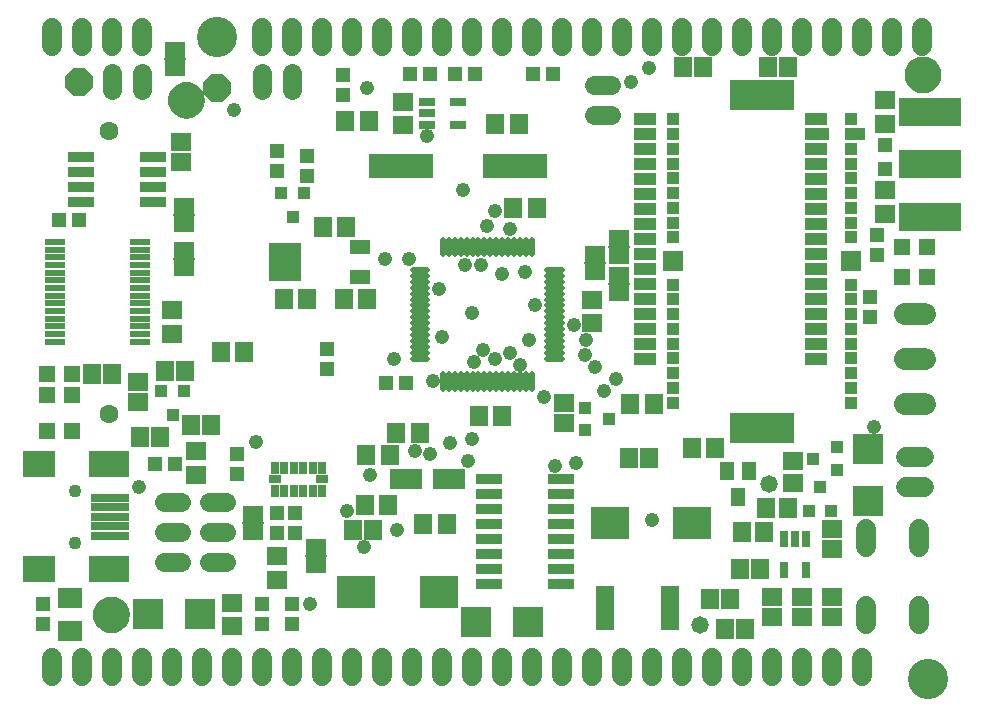
<source format=gts>
G75*
G70*
%OFA0B0*%
%FSLAX24Y24*%
%IPPOS*%
%LPD*%
%AMOC8*
5,1,8,0,0,1.08239X$1,22.5*
%
%ADD10C,0.1340*%
%ADD11C,0.0198*%
%ADD12R,0.1025X0.1025*%
%ADD13R,0.0630X0.1480*%
%ADD14R,0.0592X0.0710*%
%ADD15R,0.0740X0.0400*%
%ADD16R,0.0840X0.0400*%
%ADD17R,0.0552X0.0552*%
%ADD18R,0.0710X0.0540*%
%ADD19R,0.0720X0.0060*%
%ADD20R,0.0710X0.0592*%
%ADD21R,0.0513X0.0474*%
%ADD22R,0.0474X0.0474*%
%ADD23R,0.0592X0.0671*%
%ADD24R,0.0474X0.0513*%
%ADD25C,0.0680*%
%ADD26R,0.0552X0.0297*%
%ADD27R,0.0395X0.0395*%
%ADD28R,0.0671X0.0671*%
%ADD29R,0.0710X0.0395*%
%ADD30R,0.2167X0.1025*%
%ADD31C,0.0671*%
%ADD32C,0.0500*%
%ADD33R,0.0390X0.0430*%
%ADD34C,0.0640*%
%ADD35R,0.0789X0.0710*%
%ADD36R,0.0671X0.0237*%
%ADD37R,0.0671X0.0592*%
%ADD38C,0.0434*%
%ADD39R,0.1064X0.0867*%
%ADD40R,0.1379X0.0867*%
%ADD41R,0.1300X0.0277*%
%ADD42R,0.0880X0.0340*%
%ADD43R,0.0297X0.0552*%
%ADD44C,0.0740*%
%ADD45R,0.0430X0.0390*%
%ADD46R,0.2080X0.0980*%
%ADD47R,0.0474X0.0631*%
%ADD48R,0.1261X0.1064*%
%ADD49R,0.1104X0.0710*%
%ADD50R,0.0710X0.0474*%
%ADD51R,0.1064X0.1261*%
%ADD52R,0.2180X0.0840*%
%ADD53OC8,0.0930*%
%ADD54C,0.0580*%
%ADD55C,0.0631*%
%ADD56R,0.0316X0.0434*%
%ADD57R,0.0434X0.0316*%
%ADD58C,0.0476*%
D10*
X033971Y001305D03*
X010271Y022705D03*
D11*
X017794Y015945D02*
X017794Y015453D01*
X017991Y015453D02*
X017991Y015945D01*
X018188Y015945D02*
X018188Y015453D01*
X018385Y015453D02*
X018385Y015945D01*
X018582Y015945D02*
X018582Y015453D01*
X018778Y015453D02*
X018778Y015945D01*
X018975Y015945D02*
X018975Y015453D01*
X019172Y015453D02*
X019172Y015945D01*
X019369Y015945D02*
X019369Y015453D01*
X019566Y015453D02*
X019566Y015945D01*
X019763Y015945D02*
X019763Y015453D01*
X019960Y015453D02*
X019960Y015945D01*
X020156Y015945D02*
X020156Y015453D01*
X020353Y015453D02*
X020353Y015945D01*
X020550Y015945D02*
X020550Y015453D01*
X020747Y015453D02*
X020747Y015945D01*
X021269Y014932D02*
X021761Y014932D01*
X021761Y014735D02*
X021269Y014735D01*
X021269Y014538D02*
X021761Y014538D01*
X021761Y014341D02*
X021269Y014341D01*
X021269Y014144D02*
X021761Y014144D01*
X021761Y013947D02*
X021269Y013947D01*
X021269Y013751D02*
X021761Y013751D01*
X021761Y013554D02*
X021269Y013554D01*
X021269Y013357D02*
X021761Y013357D01*
X021761Y013160D02*
X021269Y013160D01*
X021269Y012963D02*
X021761Y012963D01*
X021761Y012766D02*
X021269Y012766D01*
X021269Y012570D02*
X021761Y012570D01*
X021761Y012373D02*
X021269Y012373D01*
X021269Y012176D02*
X021761Y012176D01*
X021761Y011979D02*
X021269Y011979D01*
X020747Y011457D02*
X020747Y010965D01*
X020550Y010965D02*
X020550Y011457D01*
X020353Y011457D02*
X020353Y010965D01*
X020156Y010965D02*
X020156Y011457D01*
X019960Y011457D02*
X019960Y010965D01*
X019763Y010965D02*
X019763Y011457D01*
X019566Y011457D02*
X019566Y010965D01*
X019369Y010965D02*
X019369Y011457D01*
X019172Y011457D02*
X019172Y010965D01*
X018975Y010965D02*
X018975Y011457D01*
X018778Y011457D02*
X018778Y010965D01*
X018582Y010965D02*
X018582Y011457D01*
X018385Y011457D02*
X018385Y010965D01*
X018188Y010965D02*
X018188Y011457D01*
X017991Y011457D02*
X017991Y010965D01*
X017794Y010965D02*
X017794Y011457D01*
X017272Y011979D02*
X016780Y011979D01*
X016780Y012176D02*
X017272Y012176D01*
X017272Y012373D02*
X016780Y012373D01*
X016780Y012570D02*
X017272Y012570D01*
X017272Y012766D02*
X016780Y012766D01*
X016780Y012963D02*
X017272Y012963D01*
X017272Y013160D02*
X016780Y013160D01*
X016780Y013357D02*
X017272Y013357D01*
X017272Y013554D02*
X016780Y013554D01*
X016780Y013751D02*
X017272Y013751D01*
X017272Y013947D02*
X016780Y013947D01*
X016780Y014144D02*
X017272Y014144D01*
X017272Y014341D02*
X016780Y014341D01*
X016780Y014538D02*
X017272Y014538D01*
X017272Y014735D02*
X016780Y014735D01*
X016780Y014932D02*
X017272Y014932D01*
D12*
X031971Y008971D03*
X031971Y007239D03*
X020637Y003205D03*
X018904Y003205D03*
X009687Y003455D03*
X007954Y003455D03*
D13*
X023191Y003655D03*
X025351Y003655D03*
D14*
X027747Y006205D03*
X028495Y006205D03*
X028547Y007005D03*
X029295Y007005D03*
X026864Y009005D03*
X026077Y009005D03*
X024814Y010455D03*
X024027Y010455D03*
X019764Y010055D03*
X018977Y010055D03*
X017014Y009505D03*
X016227Y009505D03*
X016014Y008755D03*
X015227Y008755D03*
X015177Y007105D03*
X015964Y007105D03*
X017127Y006455D03*
X017914Y006455D03*
X011164Y012205D03*
X010377Y012205D03*
X012477Y013955D03*
X013264Y013955D03*
X014477Y013955D03*
X015264Y013955D03*
X014564Y016355D03*
X013777Y016355D03*
X014527Y019905D03*
X015314Y019905D03*
X019527Y019805D03*
X020314Y019805D03*
X020127Y017005D03*
X020914Y017005D03*
D15*
X024521Y016955D03*
X024521Y016455D03*
X024521Y015955D03*
X024521Y015455D03*
X024521Y014955D03*
X024521Y014455D03*
X024521Y013955D03*
X024521Y013455D03*
X024521Y012955D03*
X024521Y012455D03*
X024521Y011955D03*
X030221Y011955D03*
X030221Y012455D03*
X030221Y012955D03*
X030221Y013455D03*
X030221Y013955D03*
X030221Y014455D03*
X030221Y014955D03*
X030221Y015455D03*
X030221Y015955D03*
X030221Y016455D03*
X030221Y016955D03*
X030221Y017455D03*
X030221Y017955D03*
X030221Y018455D03*
X030221Y018955D03*
X030221Y019955D03*
X024521Y019955D03*
X024521Y019455D03*
X024521Y018955D03*
X024521Y018455D03*
X024521Y017955D03*
X024521Y017455D03*
D16*
X030271Y019455D03*
D17*
X033107Y015705D03*
X033934Y015705D03*
X033934Y014705D03*
X033107Y014705D03*
X005434Y011455D03*
X004607Y011455D03*
X004607Y010755D03*
X005434Y010755D03*
X005434Y009555D03*
X004607Y009555D03*
D18*
X011471Y006805D03*
X011471Y006205D03*
X013571Y005705D03*
X013571Y005105D03*
X023671Y014155D03*
X023671Y014755D03*
X022871Y014855D03*
X022871Y015455D03*
X023671Y015405D03*
X023671Y016005D03*
X009171Y015605D03*
X009171Y015005D03*
X009171Y016455D03*
X009171Y017055D03*
X008871Y021655D03*
X008871Y022255D03*
D19*
X008871Y021955D03*
X009171Y016755D03*
X009171Y015305D03*
X022871Y015155D03*
X023671Y015705D03*
X023671Y014455D03*
X011471Y006505D03*
X013571Y005405D03*
D20*
X012271Y005399D03*
X012271Y004612D03*
X010771Y003849D03*
X010771Y003062D03*
X009571Y008112D03*
X009571Y008899D03*
X008771Y012812D03*
X008771Y013599D03*
X016471Y019762D03*
X016471Y020549D03*
X022771Y013949D03*
X022771Y013162D03*
X029471Y008579D03*
X029471Y007831D03*
X032521Y016812D03*
X032521Y017599D03*
X032521Y019812D03*
X032521Y020599D03*
D21*
X032271Y016090D03*
X032271Y015421D03*
X032021Y014040D03*
X032021Y013371D03*
X014471Y020771D03*
X014471Y021440D03*
X013271Y018740D03*
X013271Y018071D03*
X012271Y018221D03*
X012271Y018890D03*
X013921Y012290D03*
X013921Y011621D03*
X010921Y008790D03*
X010921Y008121D03*
X012271Y006840D03*
X012871Y006840D03*
X012871Y006171D03*
X012271Y006171D03*
X012771Y003790D03*
X011771Y003790D03*
X011771Y003121D03*
X012771Y003121D03*
X004471Y003121D03*
X004471Y003790D03*
D22*
X032521Y018312D03*
X032521Y019099D03*
D23*
X029305Y021705D03*
X028636Y021705D03*
X026455Y021705D03*
X025786Y021705D03*
X009205Y011555D03*
X008536Y011555D03*
X006755Y011455D03*
X006086Y011455D03*
X007686Y009355D03*
X008355Y009355D03*
X009386Y009755D03*
X010055Y009755D03*
X014786Y006255D03*
X015455Y006255D03*
X023986Y008655D03*
X024655Y008655D03*
X027686Y004955D03*
X028355Y004955D03*
X027355Y003955D03*
X026686Y003955D03*
X027186Y002955D03*
X027855Y002955D03*
D24*
X016555Y011155D03*
X015886Y011155D03*
X008855Y008455D03*
X008186Y008455D03*
X005655Y016605D03*
X004986Y016605D03*
X016686Y021455D03*
X017355Y021455D03*
X018186Y021455D03*
X018855Y021455D03*
X020786Y021455D03*
X021455Y021455D03*
D25*
X004771Y002005D02*
X004771Y001405D01*
X005771Y001405D02*
X005771Y002005D01*
X006771Y002005D02*
X006771Y001405D01*
X007771Y001405D02*
X007771Y002005D01*
X008771Y002005D02*
X008771Y001405D01*
X009771Y001405D02*
X009771Y002005D01*
X010771Y002005D02*
X010771Y001405D01*
X011771Y001405D02*
X011771Y002005D01*
X012771Y002005D02*
X012771Y001405D01*
X013771Y001405D02*
X013771Y002005D01*
X014771Y002005D02*
X014771Y001405D01*
X015771Y001405D02*
X015771Y002005D01*
X016771Y002005D02*
X016771Y001405D01*
X017771Y001405D02*
X017771Y002005D01*
X018771Y002005D02*
X018771Y001405D01*
X019771Y001405D02*
X019771Y002005D01*
X020771Y002005D02*
X020771Y001405D01*
X021771Y001405D02*
X021771Y002005D01*
X022771Y002005D02*
X022771Y001405D01*
X023771Y001405D02*
X023771Y002005D01*
X024771Y002005D02*
X024771Y001405D01*
X025771Y001405D02*
X025771Y002005D01*
X026771Y002005D02*
X026771Y001405D01*
X027771Y001405D02*
X027771Y002005D01*
X028771Y002005D02*
X028771Y001405D01*
X029771Y001405D02*
X029771Y002005D01*
X030771Y002005D02*
X030771Y001405D01*
X031771Y001405D02*
X031771Y002005D01*
X031881Y003125D02*
X031881Y003725D01*
X033661Y003725D02*
X033661Y003125D01*
X033661Y005685D02*
X033661Y006285D01*
X031881Y006285D02*
X031881Y005685D01*
X033221Y007705D02*
X033821Y007705D01*
X033821Y008705D02*
X033221Y008705D01*
X032771Y022405D02*
X032771Y023005D01*
X033771Y023005D02*
X033771Y022405D01*
X031771Y022405D02*
X031771Y023005D01*
X030771Y023005D02*
X030771Y022405D01*
X029771Y022405D02*
X029771Y023005D01*
X028771Y023005D02*
X028771Y022405D01*
X027771Y022405D02*
X027771Y023005D01*
X026771Y023005D02*
X026771Y022405D01*
X025771Y022405D02*
X025771Y023005D01*
X024771Y023005D02*
X024771Y022405D01*
X023771Y022405D02*
X023771Y023005D01*
X022771Y023005D02*
X022771Y022405D01*
X021771Y022405D02*
X021771Y023005D01*
X020771Y023005D02*
X020771Y022405D01*
X019771Y022405D02*
X019771Y023005D01*
X018771Y023005D02*
X018771Y022405D01*
X017771Y022405D02*
X017771Y023005D01*
X016771Y023005D02*
X016771Y022405D01*
X015771Y022405D02*
X015771Y023005D01*
X014771Y023005D02*
X014771Y022405D01*
X013771Y022405D02*
X013771Y023005D01*
X012771Y023005D02*
X012771Y022405D01*
X011771Y022405D02*
X011771Y023005D01*
X007771Y023005D02*
X007771Y022405D01*
X006771Y022405D02*
X006771Y023005D01*
X005771Y023005D02*
X005771Y022405D01*
X004771Y022405D02*
X004771Y023005D01*
D26*
X017259Y020529D03*
X017259Y020155D03*
X017259Y019781D03*
X018282Y019781D03*
X018282Y020529D03*
D27*
X025471Y019955D03*
X025471Y019463D03*
X025471Y018971D03*
X025471Y018479D03*
X025471Y017987D03*
X025471Y017495D03*
X025471Y017003D03*
X025471Y016510D03*
X025471Y016018D03*
X025471Y014444D03*
X025471Y013951D03*
X025471Y013459D03*
X025471Y012967D03*
X025471Y012475D03*
X025471Y011983D03*
X025471Y011491D03*
X025471Y010999D03*
X025471Y010507D03*
X031376Y010507D03*
X031376Y010999D03*
X031376Y011491D03*
X031376Y011983D03*
X031376Y012475D03*
X031376Y012967D03*
X031376Y013459D03*
X031376Y013951D03*
X031376Y014444D03*
X031376Y016018D03*
X031376Y016510D03*
X031376Y017003D03*
X031376Y017495D03*
X031376Y017987D03*
X031376Y018479D03*
X031376Y018971D03*
X031376Y019955D03*
D28*
X031376Y015231D03*
X025471Y015231D03*
D29*
X031534Y019463D03*
D30*
X028423Y020782D03*
X028423Y009680D03*
D31*
X033771Y021455D03*
X009221Y020605D03*
X006721Y003455D03*
D32*
X006365Y003455D02*
X006367Y003492D01*
X006373Y003529D01*
X006382Y003565D01*
X006396Y003600D01*
X006413Y003633D01*
X006433Y003664D01*
X006456Y003693D01*
X006483Y003720D01*
X006512Y003743D01*
X006543Y003763D01*
X006576Y003780D01*
X006611Y003794D01*
X006647Y003803D01*
X006684Y003809D01*
X006721Y003811D01*
X006758Y003809D01*
X006795Y003803D01*
X006831Y003794D01*
X006866Y003780D01*
X006899Y003763D01*
X006930Y003743D01*
X006959Y003720D01*
X006986Y003693D01*
X007009Y003664D01*
X007029Y003633D01*
X007046Y003600D01*
X007060Y003565D01*
X007069Y003529D01*
X007075Y003492D01*
X007077Y003455D01*
X007075Y003418D01*
X007069Y003381D01*
X007060Y003345D01*
X007046Y003310D01*
X007029Y003277D01*
X007009Y003246D01*
X006986Y003217D01*
X006959Y003190D01*
X006930Y003167D01*
X006899Y003147D01*
X006866Y003130D01*
X006831Y003116D01*
X006795Y003107D01*
X006758Y003101D01*
X006721Y003099D01*
X006684Y003101D01*
X006647Y003107D01*
X006611Y003116D01*
X006576Y003130D01*
X006543Y003147D01*
X006512Y003167D01*
X006483Y003190D01*
X006456Y003217D01*
X006433Y003246D01*
X006413Y003277D01*
X006396Y003310D01*
X006382Y003345D01*
X006373Y003381D01*
X006367Y003418D01*
X006365Y003455D01*
X008865Y020605D02*
X008867Y020642D01*
X008873Y020679D01*
X008882Y020715D01*
X008896Y020750D01*
X008913Y020783D01*
X008933Y020814D01*
X008956Y020843D01*
X008983Y020870D01*
X009012Y020893D01*
X009043Y020913D01*
X009076Y020930D01*
X009111Y020944D01*
X009147Y020953D01*
X009184Y020959D01*
X009221Y020961D01*
X009258Y020959D01*
X009295Y020953D01*
X009331Y020944D01*
X009366Y020930D01*
X009399Y020913D01*
X009430Y020893D01*
X009459Y020870D01*
X009486Y020843D01*
X009509Y020814D01*
X009529Y020783D01*
X009546Y020750D01*
X009560Y020715D01*
X009569Y020679D01*
X009575Y020642D01*
X009577Y020605D01*
X009575Y020568D01*
X009569Y020531D01*
X009560Y020495D01*
X009546Y020460D01*
X009529Y020427D01*
X009509Y020396D01*
X009486Y020367D01*
X009459Y020340D01*
X009430Y020317D01*
X009399Y020297D01*
X009366Y020280D01*
X009331Y020266D01*
X009295Y020257D01*
X009258Y020251D01*
X009221Y020249D01*
X009184Y020251D01*
X009147Y020257D01*
X009111Y020266D01*
X009076Y020280D01*
X009043Y020297D01*
X009012Y020317D01*
X008983Y020340D01*
X008956Y020367D01*
X008933Y020396D01*
X008913Y020427D01*
X008896Y020460D01*
X008882Y020495D01*
X008873Y020531D01*
X008867Y020568D01*
X008865Y020605D01*
X033415Y021455D02*
X033417Y021492D01*
X033423Y021529D01*
X033432Y021565D01*
X033446Y021600D01*
X033463Y021633D01*
X033483Y021664D01*
X033506Y021693D01*
X033533Y021720D01*
X033562Y021743D01*
X033593Y021763D01*
X033626Y021780D01*
X033661Y021794D01*
X033697Y021803D01*
X033734Y021809D01*
X033771Y021811D01*
X033808Y021809D01*
X033845Y021803D01*
X033881Y021794D01*
X033916Y021780D01*
X033949Y021763D01*
X033980Y021743D01*
X034009Y021720D01*
X034036Y021693D01*
X034059Y021664D01*
X034079Y021633D01*
X034096Y021600D01*
X034110Y021565D01*
X034119Y021529D01*
X034125Y021492D01*
X034127Y021455D01*
X034125Y021418D01*
X034119Y021381D01*
X034110Y021345D01*
X034096Y021310D01*
X034079Y021277D01*
X034059Y021246D01*
X034036Y021217D01*
X034009Y021190D01*
X033980Y021167D01*
X033949Y021147D01*
X033916Y021130D01*
X033881Y021116D01*
X033845Y021107D01*
X033808Y021101D01*
X033771Y021099D01*
X033734Y021101D01*
X033697Y021107D01*
X033661Y021116D01*
X033626Y021130D01*
X033593Y021147D01*
X033562Y021167D01*
X033533Y021190D01*
X033506Y021217D01*
X033483Y021246D01*
X033463Y021277D01*
X033446Y021310D01*
X033432Y021345D01*
X033423Y021381D01*
X033417Y021418D01*
X033415Y021455D01*
D33*
X013161Y017505D03*
X012401Y017505D03*
X012781Y016705D03*
X009161Y010905D03*
X008401Y010905D03*
X008781Y010105D03*
X029981Y006905D03*
X030741Y006905D03*
X030361Y007705D03*
D34*
X023401Y020105D02*
X022841Y020105D01*
X022841Y021105D02*
X023401Y021105D01*
X012771Y020925D02*
X012771Y021485D01*
X011771Y021485D02*
X011771Y020925D01*
X007771Y020925D02*
X007771Y021485D01*
X006771Y021485D02*
X006771Y020925D01*
X008491Y007205D02*
X009051Y007205D01*
X009991Y007205D02*
X010551Y007205D01*
X010551Y006205D02*
X009991Y006205D01*
X009051Y006205D02*
X008491Y006205D01*
X008491Y005205D02*
X009051Y005205D01*
X009991Y005205D02*
X010551Y005205D01*
D35*
X005371Y004007D03*
X005371Y002904D03*
D36*
X004843Y012542D03*
X004843Y012798D03*
X004843Y013054D03*
X004843Y013310D03*
X004843Y013566D03*
X004843Y013821D03*
X004843Y014077D03*
X004843Y014333D03*
X004843Y014589D03*
X004843Y014845D03*
X004843Y015101D03*
X004843Y015357D03*
X004843Y015613D03*
X004843Y015869D03*
X007698Y015869D03*
X007698Y015613D03*
X007698Y015357D03*
X007698Y015101D03*
X007698Y014845D03*
X007698Y014589D03*
X007698Y014333D03*
X007698Y014077D03*
X007698Y013821D03*
X007698Y013566D03*
X007698Y013310D03*
X007698Y013054D03*
X007698Y012798D03*
X007698Y012542D03*
D37*
X007621Y011190D03*
X007621Y010521D03*
X009071Y018521D03*
X009071Y019190D03*
X021821Y010490D03*
X021821Y009821D03*
X030771Y006290D03*
X030771Y005621D03*
X030771Y004040D03*
X030771Y003371D03*
X029771Y003371D03*
X029771Y004040D03*
X028771Y004040D03*
X028771Y003371D03*
D38*
X005521Y005839D03*
X005521Y007571D03*
D39*
X004339Y008457D03*
X004339Y004953D03*
D40*
X006662Y004953D03*
X006662Y008457D03*
D41*
X006702Y007335D03*
X006702Y007020D03*
X006702Y006705D03*
X006702Y006390D03*
X006702Y006075D03*
D42*
X019311Y005955D03*
X019311Y005455D03*
X019311Y004955D03*
X019311Y004455D03*
X021731Y004455D03*
X021731Y004955D03*
X021731Y005455D03*
X021731Y005955D03*
X021731Y006455D03*
X021731Y006955D03*
X021731Y007455D03*
X021731Y007955D03*
X019311Y007955D03*
X019311Y007455D03*
X019311Y006955D03*
X019311Y006455D03*
X008131Y017205D03*
X008131Y017705D03*
X008131Y018205D03*
X008131Y018705D03*
X005711Y018705D03*
X005711Y018205D03*
X005711Y017705D03*
X005711Y017205D03*
D43*
X029147Y005967D03*
X029521Y005967D03*
X029895Y005967D03*
X029895Y004944D03*
X029147Y004944D03*
D44*
X033191Y010455D02*
X033851Y010455D01*
X033851Y011955D02*
X033191Y011955D01*
X033191Y013455D02*
X033851Y013455D01*
D45*
X030921Y009025D03*
X030121Y008645D03*
X030921Y008265D03*
X023321Y009965D03*
X022521Y009585D03*
X022521Y010345D03*
D46*
X034011Y016715D03*
X034011Y018455D03*
X034011Y020195D03*
D47*
X027995Y008238D03*
X027247Y008238D03*
X027621Y007372D03*
D48*
X026099Y006505D03*
X023343Y006505D03*
X017649Y004205D03*
X014893Y004205D03*
D49*
X016562Y007955D03*
X017979Y007955D03*
D50*
X015021Y014705D03*
X015021Y015705D03*
D51*
X012521Y015205D03*
D52*
X016391Y018385D03*
X020191Y018385D03*
D53*
X010271Y021005D03*
X005671Y021205D03*
D54*
X028671Y007805D03*
X026371Y003105D03*
D55*
X006671Y010120D03*
X006671Y019569D03*
D56*
X012183Y008349D03*
X012498Y008349D03*
X012813Y008349D03*
X013128Y008349D03*
X013443Y008349D03*
X013758Y008349D03*
X013758Y007562D03*
X013443Y007562D03*
X013128Y007562D03*
X012813Y007562D03*
X012498Y007562D03*
X012183Y007562D03*
D57*
X012183Y007955D03*
X013758Y007955D03*
D58*
X014601Y006905D03*
X016271Y006255D03*
X015171Y005705D03*
X013371Y003805D03*
X007671Y007705D03*
X011571Y009205D03*
X015371Y008105D03*
X016871Y008905D03*
X017371Y008805D03*
X018021Y009155D03*
X018771Y009305D03*
X018621Y008555D03*
X021521Y008405D03*
X022221Y008505D03*
X024771Y006605D03*
X023171Y010905D03*
X023571Y011305D03*
X022871Y011705D03*
X022521Y012085D03*
X022571Y012585D03*
X022171Y013105D03*
X020871Y013755D03*
X020521Y014855D03*
X019771Y014805D03*
X019071Y015105D03*
X018521Y015105D03*
X017671Y014305D03*
X018771Y013505D03*
X017771Y012705D03*
X018821Y011855D03*
X019121Y012255D03*
X019521Y011955D03*
X020021Y012155D03*
X020371Y011755D03*
X020671Y012605D03*
X021171Y010705D03*
X017471Y011225D03*
X016171Y011955D03*
X015871Y015305D03*
X016671Y015305D03*
X019271Y016405D03*
X019521Y016905D03*
X020021Y016305D03*
X018471Y017605D03*
X017271Y019405D03*
X015271Y021005D03*
X010821Y020255D03*
X024071Y021205D03*
X024671Y021655D03*
X032171Y009705D03*
M02*

</source>
